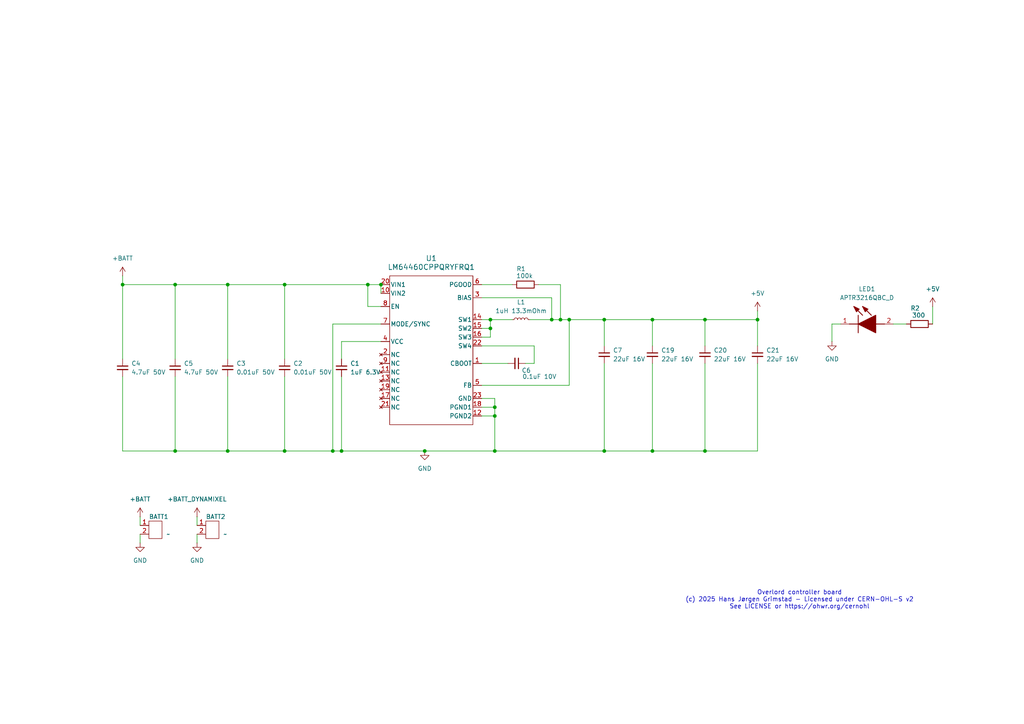
<source format=kicad_sch>
(kicad_sch (version 20231120) (generator "eeschema") (generator_version "8.0")
  (paper "A4")
  (title_block (title "5V Power"))
  (lib_symbols
    (symbol "Device:C_Small" (pin_numbers hide) (pin_names (offset 0.254) hide)
      (property "Reference" "C" (at 0.254 1.778 0))
      (property "Value" "C_Small" (at 0.254 -2.032 0))
      (symbol "C_Small_0_1"
        (polyline (pts (xy -1.524 -0.508) (xy 1.524 -0.508)) (stroke (width 0.3302)))
        (polyline (pts (xy -1.524 0.508) (xy 1.524 0.508)) (stroke (width 0.3048)))
      )
      (symbol "C_Small_1_1"
        (pin passive line (at 0 2.54 270) (length 2.032) (name "~") (number "1"))
        (pin passive line (at 0 -2.54 90) (length 2.032) (name "~") (number "2"))
      )
    )
    (symbol "Device:L_Small" (pin_numbers hide) (pin_names (offset 0.254) hide)
      (property "Reference" "L" (at 0.762 1.016 0))
      (property "Value" "L_Small" (at 0.762 -1.016 0))
      (symbol "L_Small_0_1"
        (arc (start 0 -2.032) (mid 0.5058 -1.524) (end 0 -1.016))
        (arc (start 0 -1.016) (mid 0.5058 -0.508) (end 0 0))
        (arc (start 0 0) (mid 0.5058 0.508) (end 0 1.016))
        (arc (start 0 1.016) (mid 0.5058 1.524) (end 0 2.032))
      )
      (symbol "L_Small_1_1"
        (pin passive line (at 0 2.54 270) (length 0.508) (name "~") (number "1"))
        (pin passive line (at 0 -2.54 90) (length 0.508) (name "~") (number "2"))
      )
    )
    (symbol "Device:R" (pin_numbers hide) (pin_names (offset 0))
      (property "Reference" "R" (at 2.032 0 90))
      (property "Value" "R" (at 0 0 90))
      (symbol "R_0_1"
        (rectangle (start -1.016 -2.54) (end 1.016 2.54) (stroke (width 0.254)))
      )
      (symbol "R_1_1"
        (pin passive line (at 0 3.81 270) (length 1.27) (name "~") (number "1"))
        (pin passive line (at 0 -3.81 90) (length 1.27) (name "~") (number "2"))
      )
    )
    (symbol "TimeExpander_sym:APTR3216QBC_D" (pin_names hide)
      (property "Reference" "LED" (at 12.7 8.89 0))
      (property "Value" "APTR3216QBC_D" (at 12.7 6.35 0))
      (symbol "APTR3216QBC_D_1_1"
        (polyline (pts (xy 2.54 0) (xy 5.08 0)) (stroke (width 0.254)))
        (polyline (pts (xy 5.08 2.54) (xy 5.08 -2.54)) (stroke (width 0.254)))
        (polyline (pts (xy 6.35 2.54) (xy 3.81 5.08)) (stroke (width 0.254)))
        (polyline (pts (xy 8.89 2.54) (xy 6.35 5.08)) (stroke (width 0.254)))
        (polyline (pts (xy 10.16 0) (xy 12.7 0)) (stroke (width 0.254)))
        (polyline (pts (xy 5.08 0) (xy 10.16 2.54) (xy 10.16 -2.54) (xy 5.08 0)) (stroke (width 0.254)) (fill (type outline)))
        (polyline (pts (xy 5.334 4.318) (xy 4.572 3.556) (xy 3.81 5.08) (xy 5.334 4.318)) (stroke (width 0.254)) (fill (type outline)))
        (polyline (pts (xy 7.874 4.318) (xy 7.112 3.556) (xy 6.35 5.08) (xy 7.874 4.318)) (stroke (width 0.254)) (fill (type outline)))
        (pin passive line (at 0 0 0) (length 2.54) (name "K") (number "1"))
        (pin passive line (at 15.24 0 180) (length 2.54) (name "A") (number "2"))
      )
    )
    (symbol "TimeExpander_sym:LM64460CPPQRYFRQ1" (pin_names (offset 0.254))
      (property "Reference" "U" (at 25.4 10.16 0))
      (property "Value" "LM64460CPPQRYFRQ1" (at 25.4 7.62 0))
      (symbol "LM64460CPPQRYFRQ1_0_1"
        (polyline (pts (xy 7.62 5.08) (xy 7.62 -33.02)) (stroke (width 0.127)))
        (polyline (pts (xy 31.75 -33.02) (xy 31.75 5.08)) (stroke (width 0.127)))
        (pin power_in line (at 34.29 -20.32 180) (length 2.54) (name "CBOOT") (number "1"))
        (pin power_in line (at 5.08 0 0) (length 2.54) (name "VIN2") (number "10"))
        (pin no_connect line (at 5.08 -22.86 0) (length 2.54) (name "NC") (number "11"))
        (pin power_out line (at 34.29 -35.56 180) (length 2.54) (name "PGND2") (number "12"))
        (pin no_connect line (at 5.08 -25.4 0) (length 2.54) (name "NC") (number "13"))
        (pin power_in line (at 34.29 -7.62 180) (length 2.54) (name "SW1") (number "14"))
        (pin power_in line (at 34.29 -10.16 180) (length 2.54) (name "SW2") (number "15"))
        (pin power_in line (at 34.29 -12.7 180) (length 2.54) (name "SW3") (number "16"))
        (pin no_connect line (at 5.08 -30.48 0) (length 2.54) (name "NC") (number "17"))
        (pin power_out line (at 34.29 -33.02 180) (length 2.54) (name "PGND1") (number "18"))
        (pin no_connect line (at 5.08 -27.94 0) (length 2.54) (name "NC") (number "19"))
        (pin no_connect line (at 5.08 -17.78 0) (length 2.54) (name "NC") (number "2"))
        (pin power_in line (at 5.08 2.54 0) (length 2.54) (name "VIN1") (number "20"))
        (pin no_connect line (at 5.08 -33.02 0) (length 2.54) (name "NC") (number "21"))
        (pin power_in line (at 34.29 -15.24 180) (length 2.54) (name "SW4") (number "22"))
        (pin power_out line (at 34.29 -30.48 180) (length 2.54) (name "GND") (number "23"))
        (pin power_in line (at 34.29 -1.27 180) (length 2.54) (name "BIAS") (number "3"))
        (pin output line (at 5.08 -13.97 0) (length 2.54) (name "VCC") (number "4"))
        (pin input line (at 34.29 -26.67 180) (length 2.54) (name "FB") (number "5"))
        (pin output line (at 34.29 2.54 180) (length 2.54) (name "PGOOD") (number "6"))
        (pin input line (at 5.08 -8.89 0) (length 2.54) (name "MODE/SYNC") (number "7"))
        (pin input line (at 5.08 -3.81 0) (length 2.54) (name "EN") (number "8"))
        (pin no_connect line (at 5.08 -20.32 0) (length 2.54) (name "NC") (number "9"))
      )
      (symbol "LM64460CPPQRYFRQ1_1_1"
        (polyline (pts (xy 7.62 -36.83) (xy 7.62 -38.1)))
        (polyline (pts (xy 7.62 -33.02) (xy 7.62 -36.83)))
        (rectangle (start 7.62 5.08) (end 31.75 -38.1))
      )
    )
    (symbol "TimeExpander_sym:MOLEX-39531-5002"
      (property "Reference" "J" (at 0 0 0))
      (symbol "MOLEX-39531-5002_0_1"
        (rectangle (start -1.27 2.54) (end 2.54 -2.54))
      )
      (symbol "MOLEX-39531-5002_1_1"
        (pin passive line (at -3.81 1.27 0) (length 2.54) (name "") (number "1"))
        (pin passive line (at -3.81 -1.27 0) (length 2.54) (name "") (number "2"))
      )
    )
    (symbol "power:+5V" (power) (pin_numbers hide) (pin_names (offset 0) hide)
      (property "Value" "+5V" (at 0 3.556 0))
      (symbol "+5V_0_1"
        (polyline (pts (xy -0.762 1.27) (xy 0 2.54)))
        (polyline (pts (xy 0 0) (xy 0 2.54)))
        (polyline (pts (xy 0 2.54) (xy 0.762 1.27)))
      )
      (symbol "+5V_1_1"
        (pin power_in line (at 0 0 90) (length 0) (name "~") (number "1"))
      )
    )
    (symbol "power:+BATT" (power) (pin_numbers hide) (pin_names (offset 0) hide)
      (property "Value" "+BATT" (at 0 3.556 0))
      (symbol "+BATT_0_1"
        (polyline (pts (xy -0.762 1.27) (xy 0 2.54)))
        (polyline (pts (xy 0 0) (xy 0 2.54)))
        (polyline (pts (xy 0 2.54) (xy 0.762 1.27)))
      )
      (symbol "+BATT_1_1"
        (pin power_in line (at 0 0 90) (length 0) (name "~") (number "1"))
      )
    )
    (symbol "power:GND" (power) (pin_numbers hide) (pin_names (offset 0) hide)
      (property "Value" "GND" (at 0 -3.81 0))
      (symbol "GND_0_1"
        (polyline (pts (xy 0 0) (xy 0 -1.27) (xy 1.27 -1.27) (xy 0 -2.54) (xy -1.27 -1.27) (xy 0 -1.27)))
      )
      (symbol "GND_1_1"
        (pin power_in line (at 0 0 270) (length 0) (name "~") (number "1"))
      )
    )
  )
  (junction (at 219.71 92.71))
  (junction (at 189.23 92.71))
  (junction (at 123.19 130.81))
  (junction (at 189.23 130.81))
  (junction (at 143.51 130.81))
  (junction (at 143.51 118.11))
  (junction (at 162.56 92.71))
  (junction (at 82.55 82.55))
  (junction (at 50.8 130.81))
  (junction (at 204.47 92.71))
  (junction (at 96.52 130.81))
  (junction (at 35.56 82.55))
  (junction (at 165.1 92.71))
  (junction (at 160.02 92.71))
  (junction (at 50.8 82.55))
  (junction (at 142.24 95.25))
  (junction (at 142.24 92.71))
  (junction (at 143.51 120.65))
  (junction (at 175.26 92.71))
  (junction (at 110.49 82.55))
  (junction (at 175.26 130.81))
  (junction (at 106.68 82.55))
  (junction (at 66.04 130.81))
  (junction (at 99.06 130.81))
  (junction (at 66.04 82.55))
  (junction (at 82.55 130.81))
  (junction (at 204.47 130.81))
  (wire (pts (xy 139.7 105.41) (xy 147.32 105.41)))
  (wire (pts (xy 270.51 88.9) (xy 270.51 93.98)))
  (wire (pts (xy 175.26 92.71) (xy 189.23 92.71)))
  (wire (pts (xy 110.49 82.55) (xy 106.68 82.55)))
  (wire (pts (xy 96.52 130.81) (xy 99.06 130.81)))
  (wire (pts (xy 142.24 92.71) (xy 139.7 92.71)))
  (wire (pts (xy 106.68 88.9) (xy 106.68 82.55)))
  (wire (pts (xy 243.84 93.98) (xy 241.3 93.98)))
  (wire (pts (xy 50.8 82.55) (xy 66.04 82.55)))
  (wire (pts (xy 189.23 130.81) (xy 204.47 130.81)))
  (wire (pts (xy 139.7 100.33) (xy 154.94 100.33)))
  (wire (pts (xy 204.47 130.81) (xy 204.47 105.41)))
  (wire (pts (xy 35.56 130.81) (xy 50.8 130.81)))
  (wire (pts (xy 204.47 92.71) (xy 204.47 100.33)))
  (wire (pts (xy 189.23 92.71) (xy 189.23 100.33)))
  (wire (pts (xy 82.55 130.81) (xy 96.52 130.81)))
  (wire (pts (xy 162.56 82.55) (xy 162.56 92.71)))
  (wire (pts (xy 99.06 99.06) (xy 110.49 99.06)))
  (wire (pts (xy 35.56 109.22) (xy 35.56 130.81)))
  (wire (pts (xy 139.7 82.55) (xy 148.59 82.55)))
  (wire (pts (xy 143.51 115.57) (xy 143.51 118.11)))
  (wire (pts (xy 139.7 86.36) (xy 160.02 86.36)))
  (wire (pts (xy 142.24 97.79) (xy 142.24 95.25)))
  (wire (pts (xy 66.04 130.81) (xy 82.55 130.81)))
  (wire (pts (xy 142.24 95.25) (xy 139.7 95.25)))
  (wire (pts (xy 139.7 97.79) (xy 142.24 97.79)))
  (wire (pts (xy 165.1 111.76) (xy 165.1 92.71)))
  (wire (pts (xy 110.49 93.98) (xy 96.52 93.98)))
  (wire (pts (xy 143.51 120.65) (xy 139.7 120.65)))
  (wire (pts (xy 162.56 92.71) (xy 165.1 92.71)))
  (wire (pts (xy 66.04 82.55) (xy 82.55 82.55)))
  (wire (pts (xy 96.52 93.98) (xy 96.52 130.81)))
  (wire (pts (xy 219.71 130.81) (xy 219.71 105.41)))
  (wire (pts (xy 175.26 92.71) (xy 175.26 100.33)))
  (wire (pts (xy 143.51 130.81) (xy 123.19 130.81)))
  (wire (pts (xy 35.56 82.55) (xy 50.8 82.55)))
  (wire (pts (xy 66.04 82.55) (xy 66.04 104.14)))
  (wire (pts (xy 154.94 105.41) (xy 152.4 105.41)))
  (wire (pts (xy 50.8 109.22) (xy 50.8 130.81)))
  (wire (pts (xy 154.94 100.33) (xy 154.94 105.41)))
  (wire (pts (xy 175.26 130.81) (xy 143.51 130.81)))
  (wire (pts (xy 204.47 92.71) (xy 219.71 92.71)))
  (wire (pts (xy 57.15 149.86) (xy 57.15 152.4)))
  (wire (pts (xy 82.55 109.22) (xy 82.55 130.81)))
  (wire (pts (xy 189.23 92.71) (xy 204.47 92.71)))
  (wire (pts (xy 99.06 130.81) (xy 123.19 130.81)))
  (wire (pts (xy 99.06 109.22) (xy 99.06 130.81)))
  (wire (pts (xy 142.24 95.25) (xy 142.24 92.71)))
  (wire (pts (xy 142.24 92.71) (xy 148.59 92.71)))
  (wire (pts (xy 156.21 82.55) (xy 162.56 82.55)))
  (wire (pts (xy 204.47 130.81) (xy 219.71 130.81)))
  (wire (pts (xy 165.1 92.71) (xy 175.26 92.71)))
  (wire (pts (xy 110.49 88.9) (xy 106.68 88.9)))
  (wire (pts (xy 160.02 92.71) (xy 162.56 92.71)))
  (wire (pts (xy 139.7 115.57) (xy 143.51 115.57)))
  (wire (pts (xy 143.51 118.11) (xy 143.51 120.65)))
  (wire (pts (xy 175.26 130.81) (xy 189.23 130.81)))
  (wire (pts (xy 82.55 82.55) (xy 82.55 104.14)))
  (wire (pts (xy 40.64 149.86) (xy 40.64 152.4)))
  (wire (pts (xy 241.3 93.98) (xy 241.3 99.06)))
  (wire (pts (xy 50.8 130.81) (xy 66.04 130.81)))
  (wire (pts (xy 66.04 109.22) (xy 66.04 130.81)))
  (wire (pts (xy 219.71 92.71) (xy 219.71 100.33)))
  (wire (pts (xy 40.64 154.94) (xy 40.64 157.48)))
  (wire (pts (xy 35.56 82.55) (xy 35.56 104.14)))
  (wire (pts (xy 110.49 82.55) (xy 110.49 85.09)))
  (wire (pts (xy 143.51 118.11) (xy 139.7 118.11)))
  (wire (pts (xy 99.06 104.14) (xy 99.06 99.06)))
  (wire (pts (xy 50.8 82.55) (xy 50.8 104.14)))
  (wire (pts (xy 175.26 105.41) (xy 175.26 130.81)))
  (wire (pts (xy 35.56 80.01) (xy 35.56 82.55)))
  (wire (pts (xy 143.51 120.65) (xy 143.51 130.81)))
  (wire (pts (xy 259.08 93.98) (xy 262.89 93.98)))
  (wire (pts (xy 153.67 92.71) (xy 160.02 92.71)))
  (wire (pts (xy 139.7 111.76) (xy 165.1 111.76)))
  (wire (pts (xy 106.68 82.55) (xy 82.55 82.55)))
  (wire (pts (xy 160.02 86.36) (xy 160.02 92.71)))
  (wire (pts (xy 219.71 92.71) (xy 219.71 90.17)))
  (wire (pts (xy 57.15 154.94) (xy 57.15 157.48)))
  (wire (pts (xy 189.23 130.81) (xy 189.23 105.41)))
  (text "Overlord controller board\n(c) 2025 Hans Jørgen Grimstad - Licensed under CERN-OHL-S v2\nSee LICENSE or https://ohwr.org/cernohl" (at 231.902 173.99 0) (effects (font (size 1.27 1.27))))
  (symbol (lib_id "TimeExpander_sym:MOLEX-39531-5002") (at 44.45 153.67 0) (unit 1)
    (property "Reference" "BATT1" (at 43.18 149.86 0) (effects (justify left)))
    (property "Value" "~" (at 48.26 154.94 0) (effects (justify left)))
    (property "Footprint" "TimeExpander:MOLEX-39531-5002" (effects (hide yes)))
    (instances (project "" (path "" (reference "BATT1") (unit 1)) (path "" (reference "J1") (unit 1))))
  )
  (symbol (lib_id "Device:L_Small") (at 151.13 92.71 90) (unit 1)
    (property "Reference" "L1" (at 151.13 87.63 90))
    (property "Value" "1uH 13.3mOhm" (at 151.13 90.17 90))
    (property "Footprint" "Inductor_SMD:L_Coilcraft_XAL4020-XXX" (effects (hide yes)))
    (property "Description" "Inductor, small symbol" (effects (hide yes)))
  )
  (symbol (lib_id "Device:C_Small") (at 149.86 105.41 270) (unit 1)
    (property "Reference" "C6" (at 152.654 107.442 90))
    (property "Value" "0.1uF 10V" (at 156.464 109.22 90))
    (property "Footprint" "Capacitor_SMD:C_0402_1005Metric" (effects (hide yes)))
    (property "Description" "Unpolarized capacitor, small symbol" (effects (hide yes)))
  )
  (symbol (lib_id "Device:C_Small") (at 219.71 102.87 0) (unit 1)
    (property "Reference" "C21" (at 222.25 101.6062 0) (effects (justify left)))
    (property "Value" "22uF 16V" (at 222.25 104.1462 0) (effects (justify left)))
    (property "Footprint" "Capacitor_SMD:C_1210_3225Metric" (effects (hide yes)))
    (property "Description" "Unpolarized capacitor, small symbol" (effects (hide yes)))
  )
  (symbol (lib_id "Device:C_Small") (at 99.06 106.68 0) (unit 1)
    (property "Reference" "C1" (at 101.6 105.4162 0) (effects (justify left)))
    (property "Value" "1uF 6.3V" (at 101.6 107.9562 0) (effects (justify left)))
    (property "Footprint" "Capacitor_SMD:C_0603_1608Metric" (effects (hide yes)))
    (property "Description" "Unpolarized capacitor, small symbol" (effects (hide yes)))
  )
  (symbol (lib_id "Device:C_Small") (at 175.26 102.87 0) (unit 1)
    (property "Reference" "C7" (at 177.8 101.6062 0) (effects (justify left)))
    (property "Value" "22uF 16V" (at 177.8 104.1462 0) (effects (justify left)))
    (property "Footprint" "Capacitor_SMD:C_1210_3225Metric" (effects (hide yes)))
    (property "Description" "Unpolarized capacitor, small symbol" (effects (hide yes)))
  )
  (symbol (lib_id "TimeExpander_sym:LM64460CPPQRYFRQ1") (at 105.41 85.09 0) (unit 1)
    (property "Reference" "U1" (at 125.095 74.93 0) (effects (font (size 1.524 1.524))))
    (property "Value" "LM64460CPPQRYFRQ1" (at 125.095 77.47 0) (effects (font (size 1.524 1.524))))
    (property "Footprint" "TimeExpander:VQFN22_RYF_TEX" (effects (hide yes)))
    (property "Datasheet" "LM64460CPPQRYFRQ1" (effects (hide yes)))
  )
  (symbol (lib_id "Device:R") (at 152.4 82.55 90) (unit 1)
    (property "Reference" "R1" (at 151.13 77.978 90))
    (property "Value" "100k" (at 152.146 80.01 90))
    (property "Footprint" "Resistor_SMD:R_0402_1005Metric" (effects (hide yes)))
    (property "Description" "Resistor" (effects (hide yes)))
  )
  (symbol (lib_id "power:GND") (at 241.3 99.06 0) (unit 1)
    (property "Reference" "#PWR07" (effects (hide yes)))
    (property "Value" "GND" (at 241.3 104.14 0))
    (property "Description" "Power symbol creates a global label with name \"GND\" , ground" (effects (hide yes)))
  )
  (symbol (lib_id "Device:C_Small") (at 82.55 106.68 0) (unit 1)
    (property "Reference" "C2" (at 85.09 105.4162 0) (effects (justify left)))
    (property "Value" "0.01uF 50V" (at 85.09 107.9562 0) (effects (justify left)))
    (property "Footprint" "Capacitor_SMD:C_0402_1005Metric" (effects (hide yes)))
    (property "Description" "Unpolarized capacitor, small symbol" (effects (hide yes)))
  )
  (symbol (lib_id "power:GND") (at 40.64 157.48 0) (unit 1)
    (property "Reference" "#PWR05" (effects (hide yes)))
    (property "Value" "GND" (at 40.64 162.56 0))
    (property "Description" "Power symbol creates a global label with name \"GND\" , ground" (effects (hide yes)))
  )
  (symbol (lib_id "power:+BATT") (at 40.64 149.86 0) (unit 1)
    (property "Reference" "#PWR06" (effects (hide yes)))
    (property "Value" "+BATT" (at 40.64 144.78 0))
    (property "Description" "Power symbol creates a global label with name \"+BATT\"" (effects (hide yes)))
  )
  (symbol (lib_id "power:+5V") (at 270.51 88.9 0) (unit 1)
    (property "Reference" "#PWR08" (effects (hide yes)))
    (property "Value" "+5V" (at 270.51 83.82 0))
    (property "Description" "Power symbol creates a global label with name \"+5V\"" (effects (hide yes)))
  )
  (symbol (lib_id "Device:C_Small") (at 66.04 106.68 0) (unit 1)
    (property "Reference" "C3" (at 68.58 105.4162 0) (effects (justify left)))
    (property "Value" "0.01uF 50V" (at 68.58 107.9562 0) (effects (justify left)))
    (property "Footprint" "Capacitor_SMD:C_0402_1005Metric" (effects (hide yes)))
    (property "Description" "Unpolarized capacitor, small symbol" (effects (hide yes)))
  )
  (symbol (lib_id "TimeExpander_sym:APTR3216QBC_D") (at 243.84 93.98 0) (unit 1)
    (property "Reference" "LED1" (at 251.46 83.82 0))
    (property "Value" "APTR3216QBC_D" (at 251.46 86.36 0))
    (property "Footprint" "LED_SMD:LED_1206_3216Metric" (effects (hide yes)))
    (property "Datasheet" "http://www.kingbrightusa.com/images/catalog/SPEC/APTR3216QBC-D.pdf" (effects (hide yes)))
    (property "Description" "Standard LEDs - SMD Blue 470nm Water Clear 100mcd" (effects (hide yes)))
    (property "Height" "1.25" (effects (hide yes)))
    (property "Mouser Part Number" "604-APTR3216QBC/D" (effects (hide yes)))
    (property "Mouser Price/Stock" "https://www.mouser.co.uk/ProductDetail/Kingbright/APTR3216QBC-D?qs=f499HRGa1RnpzJq1E8RAeA%3D%3D" (effects (hide yes)))
    (property "Manufacturer_Name" "Kingbright" (effects (hide yes)))
    (property "Manufacturer_Part_Number" "APTR3216QBC/D" (effects (hide yes)))
  )
  (symbol (lib_id "power:GND") (at 123.19 130.81 0) (unit 1)
    (property "Reference" "#PWR02" (effects (hide yes)))
    (property "Value" "GND" (at 123.19 135.89 0))
    (property "Description" "Power symbol creates a global label with name \"GND\" , ground" (effects (hide yes)))
  )
  (symbol (lib_id "Device:C_Small") (at 204.47 102.87 0) (unit 1)
    (property "Reference" "C20" (at 207.01 101.6062 0) (effects (justify left)))
    (property "Value" "22uF 16V" (at 207.01 104.1462 0) (effects (justify left)))
    (property "Footprint" "Capacitor_SMD:C_1210_3225Metric" (effects (hide yes)))
    (property "Description" "Unpolarized capacitor, small symbol" (effects (hide yes)))
  )
  (symbol (lib_id "Device:R") (at 266.7 93.98 90) (unit 1)
    (property "Reference" "R2" (at 265.43 89.408 90))
    (property "Value" "300" (at 266.446 91.44 90))
    (property "Footprint" "Resistor_SMD:R_0402_1005Metric" (effects (hide yes)))
    (property "Description" "Resistor" (effects (hide yes)))
  )
  (symbol (lib_id "Device:C_Small") (at 189.23 102.87 0) (unit 1)
    (property "Reference" "C19" (at 191.77 101.6062 0) (effects (justify left)))
    (property "Value" "22uF 16V" (at 191.77 104.1462 0) (effects (justify left)))
    (property "Footprint" "Capacitor_SMD:C_1210_3225Metric" (effects (hide yes)))
    (property "Description" "Unpolarized capacitor, small symbol" (effects (hide yes)))
  )
  (symbol (lib_id "Device:C_Small") (at 35.56 106.68 0) (unit 1)
    (property "Reference" "C4" (at 38.1 105.4162 0) (effects (justify left)))
    (property "Value" "4.7uF 50V" (at 38.1 107.9562 0) (effects (justify left)))
    (property "Footprint" "Capacitor_SMD:C_1206_3216Metric" (effects (hide yes)))
    (property "Description" "Unpolarized capacitor, small symbol" (effects (hide yes)))
  )
  (symbol (lib_id "Device:C_Small") (at 50.8 106.68 0) (unit 1)
    (property "Reference" "C5" (at 53.34 105.4162 0) (effects (justify left)))
    (property "Value" "4.7uF 50V" (at 53.34 107.9562 0) (effects (justify left)))
    (property "Footprint" "Capacitor_SMD:C_1206_3216Metric" (effects (hide yes)))
    (property "Description" "Unpolarized capacitor, small symbol" (effects (hide yes)))
  )
  (symbol (lib_id "power:+5V") (at 219.71 90.17 0) (unit 1)
    (property "Reference" "#PWR04" (effects (hide yes)))
    (property "Value" "+5V" (at 219.71 85.09 0))
    (property "Description" "Power symbol creates a global label with name \"+5V\"" (effects (hide yes)))
  )
  (symbol (lib_id "power:GND") (at 57.15 157.48 0) (unit 1)
    (property "Reference" "#PWR024" (effects (hide yes)))
    (property "Value" "GND" (at 57.15 162.56 0))
    (property "Description" "Power symbol creates a global label with name \"GND\" , ground" (effects (hide yes)))
  )
  (symbol (lib_id "TimeExpander_sym:MOLEX-39531-5002") (at 60.96 153.67 0) (unit 1)
    (property "Reference" "BATT2" (at 59.69 149.86 0) (effects (justify left)))
    (property "Value" "~" (at 64.77 154.94 0) (effects (justify left)))
    (property "Footprint" "TimeExpander:MOLEX-39531-5002" (effects (hide yes)))
  )
  (symbol (lib_id "power:+BATT") (at 35.56 80.01 0) (unit 1)
    (property "Reference" "#PWR03" (effects (hide yes)))
    (property "Value" "+BATT" (at 35.56 74.93 0))
    (property "Description" "Power symbol creates a global label with name \"+BATT\"" (effects (hide yes)))
  )
  (symbol (lib_id "power:+BATT") (at 57.15 149.86 0) (unit 1)
    (property "Reference" "#PWR023" (effects (hide yes)))
    (property "Value" "+BATT_DYNAMIXEL" (at 57.15 144.78 0))
    (property "Description" "Power symbol creates a global label with name \"+BATT\"" (effects (hide yes)))
  )
)
</source>
